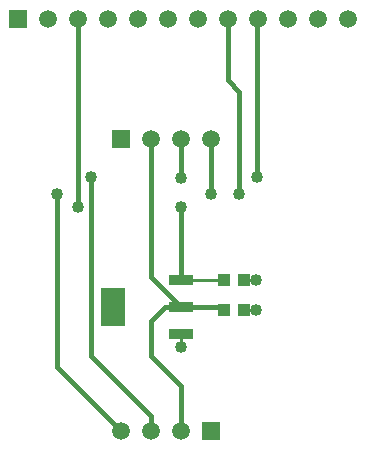
<source format=gbr>
G04 DipTrace 4.1.1.0*
G04 1 - Top.gbr*
%MOIN*%
G04 #@! TF.FileFunction,Copper,L1,Top*
G04 #@! TF.Part,Single*
G04 #@! TA.AperFunction,Conductor*
%ADD15C,0.016*%
%ADD16C,0.011*%
%ADD18R,0.043307X0.03937*%
G04 #@! TA.AperFunction,ComponentPad*
%ADD19R,0.059055X0.059055*%
%ADD20C,0.059055*%
%ADD21R,0.084646X0.037402*%
%ADD22R,0.084646X0.127953*%
G04 #@! TA.AperFunction,ViaPad*
%ADD23C,0.04*%
%FSLAX26Y26*%
G04*
G70*
G90*
G75*
G01*
G04 Top*
%LPD*%
X1020000Y1008928D2*
D15*
X1154497D1*
X1160551Y1002874D1*
Y1000265D1*
X1020000Y1008928D2*
X965178D1*
X919016Y962765D1*
Y844016D1*
X1019016Y744016D1*
Y594016D1*
X919016Y1568440D2*
Y1109912D1*
X1020000Y1008928D1*
Y1099479D2*
D16*
X1159764D1*
X1160551Y1100266D1*
X1020000Y1099479D2*
D15*
Y1343416D1*
X673932D2*
Y1968819D1*
X1020000Y918377D2*
D16*
Y876251D1*
X1019016Y875266D1*
X1227480Y1000265D2*
X1269016D1*
X1227480Y1100266D2*
X1266965D1*
X1268215Y1099016D1*
X819016Y594016D2*
D15*
X605516Y807516D1*
Y1385715D1*
X1211816D2*
Y1725782D1*
X1173932Y1763667D1*
Y1968819D1*
X1119016Y1568440D2*
X1117816D1*
Y1385715D1*
X1273923Y1968819D2*
X1272008D1*
Y1442115D1*
X718316D2*
Y844715D1*
X919016Y644016D1*
Y594016D1*
X1019016Y1568440D2*
Y1437416D1*
D23*
X1020000Y1343416D3*
X673932D3*
X605516Y1385715D3*
X1211816D3*
X1117816D3*
X1272008Y1442115D3*
X718316D3*
X1019016Y1437416D3*
Y875266D3*
X1269016Y1000265D3*
X1268215Y1099016D3*
D18*
X1227480Y1000265D3*
X1160551D3*
X1227480Y1100266D3*
X1160551D3*
D19*
X1119016Y594016D3*
D20*
X1019016D3*
X919016D3*
X819016D3*
D19*
Y1568440D3*
D20*
X919016D3*
X1019016D3*
X1119016D3*
D19*
X473932Y1968819D3*
D20*
X573932D3*
X673932D3*
X773932D3*
X873932D3*
X973932D3*
X1073932D3*
X1173932D3*
X1273923D3*
X1373923D3*
X1473923D3*
X1573923D3*
D21*
X1020000Y918377D3*
Y1008928D3*
Y1099479D3*
D22*
X791654Y1008928D3*
M02*

</source>
